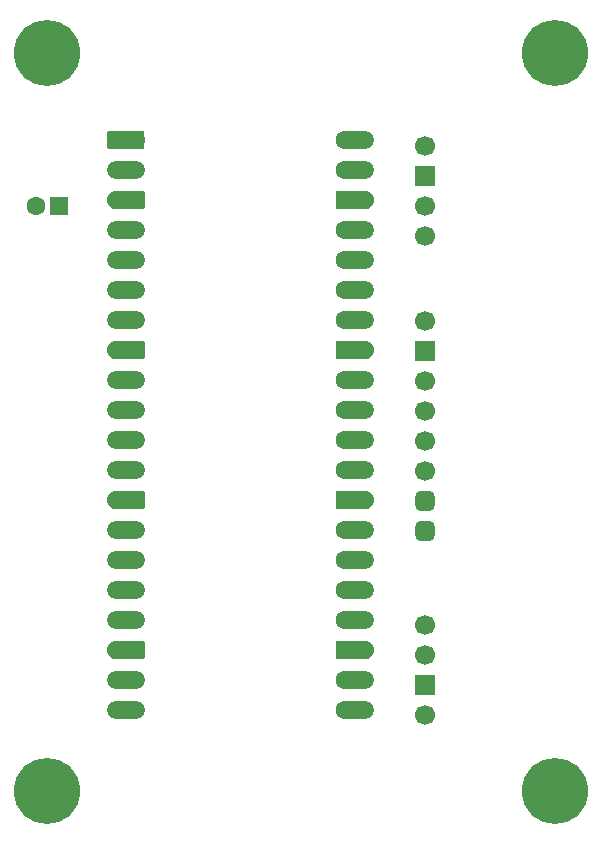
<source format=gbr>
%TF.GenerationSoftware,KiCad,Pcbnew,9.0.1*%
%TF.CreationDate,2025-08-21T16:33:30-04:00*%
%TF.ProjectId,SensorBox,53656e73-6f72-4426-9f78-2e6b69636164,rev?*%
%TF.SameCoordinates,Original*%
%TF.FileFunction,Copper,L1,Top*%
%TF.FilePolarity,Positive*%
%FSLAX46Y46*%
G04 Gerber Fmt 4.6, Leading zero omitted, Abs format (unit mm)*
G04 Created by KiCad (PCBNEW 9.0.1) date 2025-08-21 16:33:30*
%MOMM*%
%LPD*%
G01*
G04 APERTURE LIST*
G04 Aperture macros list*
%AMRoundRect*
0 Rectangle with rounded corners*
0 $1 Rounding radius*
0 $2 $3 $4 $5 $6 $7 $8 $9 X,Y pos of 4 corners*
0 Add a 4 corners polygon primitive as box body*
4,1,4,$2,$3,$4,$5,$6,$7,$8,$9,$2,$3,0*
0 Add four circle primitives for the rounded corners*
1,1,$1+$1,$2,$3*
1,1,$1+$1,$4,$5*
1,1,$1+$1,$6,$7*
1,1,$1+$1,$8,$9*
0 Add four rect primitives between the rounded corners*
20,1,$1+$1,$2,$3,$4,$5,0*
20,1,$1+$1,$4,$5,$6,$7,0*
20,1,$1+$1,$6,$7,$8,$9,0*
20,1,$1+$1,$8,$9,$2,$3,0*%
%AMFreePoly0*
4,1,37,0.800000,0.796148,0.878414,0.796148,1.032228,0.765552,1.177117,0.705537,1.307515,0.618408,1.418408,0.507515,1.505537,0.377117,1.565552,0.232228,1.596148,0.078414,1.596148,-0.078414,1.565552,-0.232228,1.505537,-0.377117,1.418408,-0.507515,1.307515,-0.618408,1.177117,-0.705537,1.032228,-0.765552,0.878414,-0.796148,0.800000,-0.796148,0.800000,-0.800000,-1.400000,-0.800000,
-1.403843,-0.796157,-1.439018,-0.796157,-1.511114,-0.766294,-1.566294,-0.711114,-1.596157,-0.639018,-1.596157,-0.603843,-1.600000,-0.600000,-1.600000,0.600000,-1.596157,0.603843,-1.596157,0.639018,-1.566294,0.711114,-1.511114,0.766294,-1.439018,0.796157,-1.403843,0.796157,-1.400000,0.800000,0.800000,0.800000,0.800000,0.796148,0.800000,0.796148,$1*%
%AMFreePoly1*
4,1,37,1.403843,0.796157,1.439018,0.796157,1.511114,0.766294,1.566294,0.711114,1.596157,0.639018,1.596157,0.603843,1.600000,0.600000,1.600000,-0.600000,1.596157,-0.603843,1.596157,-0.639018,1.566294,-0.711114,1.511114,-0.766294,1.439018,-0.796157,1.403843,-0.796157,1.400000,-0.800000,-0.800000,-0.800000,-0.800000,-0.796148,-0.878414,-0.796148,-1.032228,-0.765552,-1.177117,-0.705537,
-1.307515,-0.618408,-1.418408,-0.507515,-1.505537,-0.377117,-1.565552,-0.232228,-1.596148,-0.078414,-1.596148,0.078414,-1.565552,0.232228,-1.505537,0.377117,-1.418408,0.507515,-1.307515,0.618408,-1.177117,0.705537,-1.032228,0.765552,-0.878414,0.796148,-0.800000,0.796148,-0.800000,0.800000,1.400000,0.800000,1.403843,0.796157,1.403843,0.796157,$1*%
%AMFreePoly2*
4,1,37,0.603843,0.796157,0.639018,0.796157,0.711114,0.766294,0.766294,0.711114,0.796157,0.639018,0.796157,0.603843,0.800000,0.600000,0.800000,-0.600000,0.796157,-0.603843,0.796157,-0.639018,0.766294,-0.711114,0.711114,-0.766294,0.639018,-0.796157,0.603843,-0.796157,0.600000,-0.800000,0.000000,-0.800000,0.000000,-0.796148,-0.078414,-0.796148,-0.232228,-0.765552,-0.377117,-0.705537,
-0.507515,-0.618408,-0.618408,-0.507515,-0.705537,-0.377117,-0.765552,-0.232228,-0.796148,-0.078414,-0.796148,0.078414,-0.765552,0.232228,-0.705537,0.377117,-0.618408,0.507515,-0.507515,0.618408,-0.377117,0.705537,-0.232228,0.765552,-0.078414,0.796148,0.000000,0.796148,0.000000,0.800000,0.600000,0.800000,0.603843,0.796157,0.603843,0.796157,$1*%
%AMFreePoly3*
4,1,37,0.000000,0.796148,0.078414,0.796148,0.232228,0.765552,0.377117,0.705537,0.507515,0.618408,0.618408,0.507515,0.705537,0.377117,0.765552,0.232228,0.796148,0.078414,0.796148,-0.078414,0.765552,-0.232228,0.705537,-0.377117,0.618408,-0.507515,0.507515,-0.618408,0.377117,-0.705537,0.232228,-0.765552,0.078414,-0.796148,0.000000,-0.796148,0.000000,-0.800000,-0.600000,-0.800000,
-0.603843,-0.796157,-0.639018,-0.796157,-0.711114,-0.766294,-0.766294,-0.711114,-0.796157,-0.639018,-0.796157,-0.603843,-0.800000,-0.600000,-0.800000,0.600000,-0.796157,0.603843,-0.796157,0.639018,-0.766294,0.711114,-0.711114,0.766294,-0.639018,0.796157,-0.603843,0.796157,-0.600000,0.800000,0.000000,0.800000,0.000000,0.796148,0.000000,0.796148,$1*%
G04 Aperture macros list end*
%TA.AperFunction,ComponentPad*%
%ADD10C,1.600000*%
%TD*%
%TA.AperFunction,ComponentPad*%
%ADD11R,1.600000X1.600000*%
%TD*%
%TA.AperFunction,ComponentPad*%
%ADD12C,3.600000*%
%TD*%
%TA.AperFunction,ConnectorPad*%
%ADD13C,5.600000*%
%TD*%
%TA.AperFunction,SMDPad,CuDef*%
%ADD14FreePoly0,0.000000*%
%TD*%
%TA.AperFunction,ComponentPad*%
%ADD15RoundRect,0.200000X-0.600000X-0.600000X0.600000X-0.600000X0.600000X0.600000X-0.600000X0.600000X0*%
%TD*%
%TA.AperFunction,SMDPad,CuDef*%
%ADD16RoundRect,0.800000X-0.800000X-0.000010X0.800000X-0.000010X0.800000X0.000010X-0.800000X0.000010X0*%
%TD*%
%TA.AperFunction,SMDPad,CuDef*%
%ADD17FreePoly1,0.000000*%
%TD*%
%TA.AperFunction,ComponentPad*%
%ADD18FreePoly2,0.000000*%
%TD*%
%TA.AperFunction,ComponentPad*%
%ADD19FreePoly3,0.000000*%
%TD*%
%TA.AperFunction,ComponentPad*%
%ADD20C,1.700000*%
%TD*%
%TA.AperFunction,ComponentPad*%
%ADD21R,1.700000X1.700000*%
%TD*%
%TA.AperFunction,ComponentPad*%
%ADD22RoundRect,0.500000X-0.350000X-0.350000X0.350000X-0.350000X0.350000X0.350000X-0.350000X0.350000X0*%
%TD*%
G04 APERTURE END LIST*
D10*
%TO.P,C1,1*%
%TO.N,+5V*%
X97000000Y-74000000D03*
D11*
%TO.P,C1,2*%
%TO.N,GND*%
X99000000Y-74000000D03*
%TD*%
D12*
%TO.P,H4,1*%
%TO.N,N/C*%
X98000000Y-123500000D03*
D13*
X98000000Y-123500000D03*
%TD*%
D12*
%TO.P,H3,1*%
%TO.N,N/C*%
X98000000Y-61000000D03*
D13*
X98000000Y-61000000D03*
%TD*%
D12*
%TO.P,H2,1*%
%TO.N,N/C*%
X141000000Y-123500000D03*
D13*
X141000000Y-123500000D03*
%TD*%
D12*
%TO.P,H1,1*%
%TO.N,N/C*%
X141000000Y-61000000D03*
D13*
X141000000Y-61000000D03*
%TD*%
D14*
%TO.P,A1,1,GPIO0*%
%TO.N,Net-(A1-GPIO0)*%
X104620000Y-68400000D03*
D15*
X105420000Y-68400000D03*
D16*
%TO.P,A1,2,GPIO1*%
%TO.N,Net-(A1-GPIO1)*%
X104620000Y-70940000D03*
D10*
X105420000Y-70940000D03*
D17*
%TO.P,A1,3,GND*%
%TO.N,GND*%
X104620000Y-73480000D03*
D18*
X105420000Y-73480000D03*
D16*
%TO.P,A1,4,GPIO2*%
%TO.N,Net-(A1-GPIO2)*%
X104620000Y-76020000D03*
D10*
X105420000Y-76020000D03*
D16*
%TO.P,A1,5,GPIO3*%
%TO.N,Net-(A1-GPIO3)*%
X104620000Y-78560000D03*
D10*
X105420000Y-78560000D03*
D16*
%TO.P,A1,6,GPIO4*%
%TO.N,unconnected-(A1-GPIO4-Pad6)*%
X104620000Y-81100000D03*
D10*
X105420000Y-81100000D03*
D16*
%TO.P,A1,7,GPIO5*%
%TO.N,unconnected-(A1-GPIO5-Pad7)*%
X104620000Y-83640000D03*
D10*
X105420000Y-83640000D03*
D17*
%TO.P,A1,8,GND*%
%TO.N,GND*%
X104620000Y-86180000D03*
D18*
X105420000Y-86180000D03*
D16*
%TO.P,A1,9,GPIO6*%
%TO.N,unconnected-(A1-GPIO6-Pad9)*%
X104620000Y-88720000D03*
D10*
X105420000Y-88720000D03*
D16*
%TO.P,A1,10,GPIO7*%
%TO.N,unconnected-(A1-GPIO7-Pad10)*%
X104620000Y-91260000D03*
D10*
X105420000Y-91260000D03*
D16*
%TO.P,A1,11,GPIO8*%
%TO.N,unconnected-(A1-GPIO8-Pad11)*%
X104620000Y-93800000D03*
D10*
X105420000Y-93800000D03*
D16*
%TO.P,A1,12,GPIO9*%
%TO.N,unconnected-(A1-GPIO9-Pad12)*%
X104620000Y-96340000D03*
D10*
X105420000Y-96340000D03*
D17*
%TO.P,A1,13,GND*%
%TO.N,GND*%
X104620000Y-98880000D03*
D18*
X105420000Y-98880000D03*
D16*
%TO.P,A1,14,GPIO10*%
%TO.N,unconnected-(A1-GPIO10-Pad14)*%
X104620000Y-101420000D03*
D10*
X105420000Y-101420000D03*
D16*
%TO.P,A1,15,GPIO11*%
%TO.N,unconnected-(A1-GPIO11-Pad15)*%
X104620000Y-103960000D03*
D10*
X105420000Y-103960000D03*
D16*
%TO.P,A1,16,GPIO12*%
%TO.N,unconnected-(A1-GPIO12-Pad16)*%
X104620000Y-106500000D03*
D10*
X105420000Y-106500000D03*
D16*
%TO.P,A1,17,GPIO13*%
%TO.N,unconnected-(A1-GPIO13-Pad17)*%
X104620000Y-109040000D03*
D10*
X105420000Y-109040000D03*
D17*
%TO.P,A1,18,GND*%
%TO.N,GND*%
X104620000Y-111580000D03*
D18*
X105420000Y-111580000D03*
D16*
%TO.P,A1,19,GPIO14*%
%TO.N,unconnected-(A1-GPIO14-Pad19)*%
X104620000Y-114120000D03*
D10*
X105420000Y-114120000D03*
D16*
%TO.P,A1,20,GPIO15*%
%TO.N,unconnected-(A1-GPIO15-Pad20)*%
X104620000Y-116660000D03*
D10*
X105420000Y-116660000D03*
%TO.P,A1,21,GPIO16*%
%TO.N,Net-(A1-GPIO16)*%
X123200000Y-116660000D03*
D16*
X124000000Y-116660000D03*
D10*
%TO.P,A1,22,GPIO17*%
%TO.N,Net-(A1-GPIO17)*%
X123200000Y-114120000D03*
D16*
X124000000Y-114120000D03*
D19*
%TO.P,A1,23,GND*%
%TO.N,GND*%
X123200000Y-111580000D03*
D14*
X124000000Y-111580000D03*
D10*
%TO.P,A1,24,GPIO18*%
%TO.N,unconnected-(A1-GPIO18-Pad24)*%
X123200000Y-109040000D03*
D16*
X124000000Y-109040000D03*
D10*
%TO.P,A1,25,GPIO19*%
%TO.N,unconnected-(A1-GPIO19-Pad25)*%
X123200000Y-106500000D03*
D16*
X124000000Y-106500000D03*
D10*
%TO.P,A1,26,GPIO20*%
%TO.N,unconnected-(A1-GPIO20-Pad26)*%
X123200000Y-103960000D03*
D16*
X124000000Y-103960000D03*
D10*
%TO.P,A1,27,GPIO21*%
%TO.N,unconnected-(A1-GPIO21-Pad27)*%
X123200000Y-101420000D03*
D16*
X124000000Y-101420000D03*
D19*
%TO.P,A1,28,GND*%
%TO.N,GND*%
X123200000Y-98880000D03*
D14*
X124000000Y-98880000D03*
D10*
%TO.P,A1,29,GPIO22*%
%TO.N,unconnected-(A1-GPIO22-Pad29)*%
X123200000Y-96340000D03*
D16*
X124000000Y-96340000D03*
D10*
%TO.P,A1,30,RUN*%
%TO.N,unconnected-(A1-RUN-Pad30)*%
X123200000Y-93800000D03*
D16*
X124000000Y-93800000D03*
D10*
%TO.P,A1,31,GPIO26_ADC0*%
%TO.N,unconnected-(A1-GPIO26_ADC0-Pad31)*%
X123200000Y-91260000D03*
D16*
X124000000Y-91260000D03*
D10*
%TO.P,A1,32,GPIO27_ADC1*%
%TO.N,unconnected-(A1-GPIO27_ADC1-Pad32)*%
X123200000Y-88720000D03*
D16*
X124000000Y-88720000D03*
D19*
%TO.P,A1,33,AGND*%
%TO.N,unconnected-(A1-AGND-Pad33)*%
X123200000Y-86180000D03*
D14*
X124000000Y-86180000D03*
D10*
%TO.P,A1,34,GPIO28_ADC2*%
%TO.N,unconnected-(A1-GPIO28_ADC2-Pad34)*%
X123200000Y-83640000D03*
D16*
X124000000Y-83640000D03*
D10*
%TO.P,A1,35,ADC_VREF*%
%TO.N,unconnected-(A1-ADC_VREF-Pad35)*%
X123200000Y-81100000D03*
D16*
X124000000Y-81100000D03*
D10*
%TO.P,A1,36,3V3*%
%TO.N,unconnected-(A1-3V3-Pad36)*%
X123200000Y-78560000D03*
D16*
X124000000Y-78560000D03*
D10*
%TO.P,A1,37,3V3_EN*%
%TO.N,unconnected-(A1-3V3_EN-Pad37)*%
X123200000Y-76020000D03*
D16*
X124000000Y-76020000D03*
D19*
%TO.P,A1,38,GND*%
%TO.N,GND*%
X123200000Y-73480000D03*
D14*
X124000000Y-73480000D03*
D10*
%TO.P,A1,39,VSYS*%
%TO.N,unconnected-(A1-VSYS-Pad39)*%
X123200000Y-70940000D03*
D16*
X124000000Y-70940000D03*
D10*
%TO.P,A1,40,VBUS*%
%TO.N,+5V*%
X123200000Y-68400000D03*
D16*
X124000000Y-68400000D03*
%TD*%
D20*
%TO.P,J2,1,Pin_1*%
%TO.N,+5V*%
X130000000Y-68880000D03*
D21*
%TO.P,J2,2,Pin_2*%
%TO.N,GND*%
X130000000Y-71420000D03*
D20*
%TO.P,J2,3,Pin_3*%
%TO.N,Net-(A1-GPIO0)*%
X130000000Y-73960000D03*
%TO.P,J2,4,Pin_4*%
%TO.N,Net-(A1-GPIO1)*%
X130000000Y-76500000D03*
%TD*%
%TO.P,J3,1,Pin_1*%
%TO.N,+5V*%
X130000000Y-83760000D03*
D21*
%TO.P,J3,2,Pin_2*%
%TO.N,GND*%
X130000000Y-86300000D03*
D20*
%TO.P,J3,3,Pin_3*%
%TO.N,Net-(A1-GPIO3)*%
X130000000Y-88840000D03*
%TO.P,J3,4,Pin_4*%
%TO.N,Net-(A1-GPIO16)*%
X130000000Y-91380000D03*
%TO.P,J3,5,Pin_5*%
%TO.N,Net-(A1-GPIO17)*%
X130000000Y-93920000D03*
%TO.P,J3,6,Pin_6*%
%TO.N,Net-(A1-GPIO2)*%
X130000000Y-96460000D03*
D22*
%TO.P,J3,7,Pin_7*%
%TO.N,unconnected-(J3-Pin_7-Pad7)*%
X130000000Y-99000000D03*
%TO.P,J3,8,Pin_8*%
%TO.N,unconnected-(J3-Pin_8-Pad8)*%
X130000000Y-101540000D03*
%TD*%
D20*
%TO.P,J1,1,Pin_1*%
%TO.N,+5V*%
X130000000Y-109460000D03*
%TO.P,J1,2,Pin_2*%
%TO.N,Net-(A1-GPIO0)*%
X130000000Y-112000000D03*
D21*
%TO.P,J1,3,Pin_3*%
%TO.N,GND*%
X130000000Y-114540000D03*
D20*
%TO.P,J1,4,Pin_4*%
%TO.N,Net-(A1-GPIO1)*%
X130000000Y-117080000D03*
%TD*%
M02*

</source>
